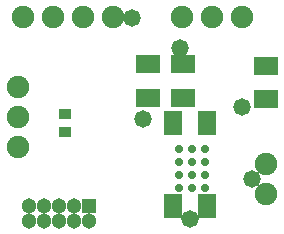
<source format=gbs>
G04 Layer_Color=16711935*
%FSLAX44Y44*%
%MOMM*%
G71*
G01*
G75*
%ADD30R,2.0032X1.5032*%
%ADD36C,1.3032*%
%ADD37R,1.3032X1.3032*%
%ADD38C,1.9032*%
%ADD39C,1.4732*%
%ADD40C,0.7032*%
%ADD41R,1.1032X0.9032*%
%ADD42R,1.5032X2.0032*%
D30*
X1640000Y1060000D02*
D03*
Y1031500D02*
D03*
X1610000Y1060000D02*
D03*
Y1031500D02*
D03*
X1710000Y1030000D02*
D03*
Y1058500D02*
D03*
D36*
X1509200Y927300D02*
D03*
X1521900D02*
D03*
X1534600D02*
D03*
X1547300D02*
D03*
X1560000D02*
D03*
X1509200Y940000D02*
D03*
X1521900D02*
D03*
X1534600D02*
D03*
X1547300D02*
D03*
D37*
X1560000D02*
D03*
D38*
X1529200Y1100000D02*
D03*
X1554600D02*
D03*
X1580000D02*
D03*
X1503800D02*
D03*
X1710000Y950000D02*
D03*
Y975400D02*
D03*
X1639200Y1100000D02*
D03*
X1664600D02*
D03*
X1690000D02*
D03*
X1500000Y990000D02*
D03*
Y1015400D02*
D03*
Y1040800D02*
D03*
D39*
X1637030Y1073658D02*
D03*
X1645666Y928624D02*
D03*
X1596390Y1098550D02*
D03*
X1689862Y1023874D02*
D03*
X1698498Y962660D02*
D03*
X1605534Y1013714D02*
D03*
D40*
X1658250Y955400D02*
D03*
X1647250D02*
D03*
X1636250D02*
D03*
X1658250Y966400D02*
D03*
X1647250D02*
D03*
X1636250D02*
D03*
X1658250Y977400D02*
D03*
X1647250D02*
D03*
X1636250D02*
D03*
X1658250Y988400D02*
D03*
X1647250D02*
D03*
X1636250D02*
D03*
D41*
X1540000Y1002500D02*
D03*
Y1017500D02*
D03*
D42*
X1660000Y1010000D02*
D03*
X1631500D02*
D03*
X1660000Y940000D02*
D03*
X1631500D02*
D03*
M02*

</source>
